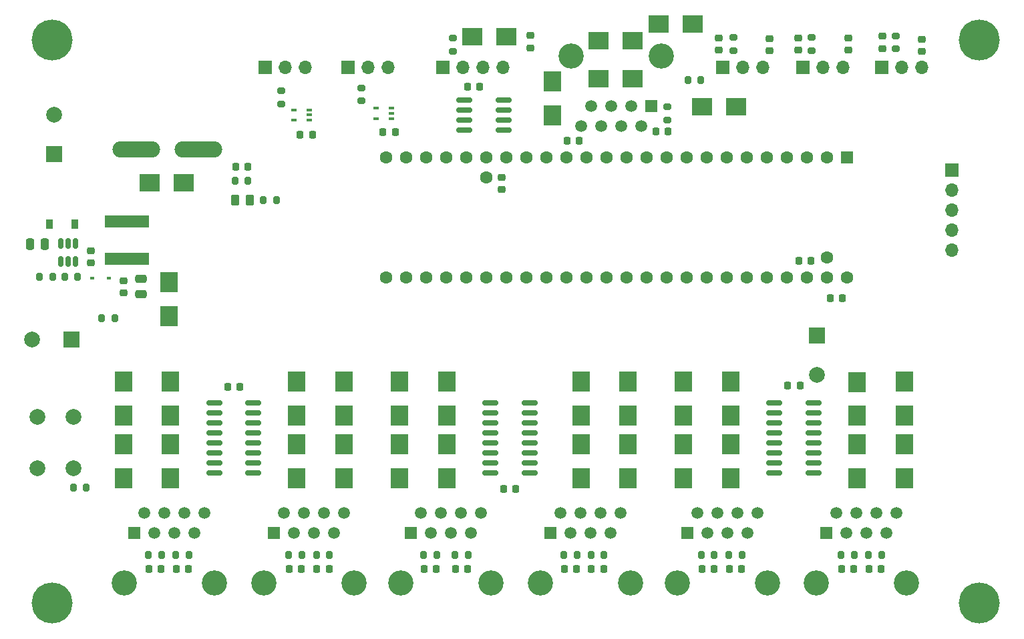
<source format=gbs>
G04 #@! TF.GenerationSoftware,KiCad,Pcbnew,6.0.6-3a73a75311~116~ubuntu20.04.1*
G04 #@! TF.CreationDate,2022-07-27T20:26:18-06:00*
G04 #@! TF.ProjectId,colordance-brain,636f6c6f-7264-4616-9e63-652d62726169,rev?*
G04 #@! TF.SameCoordinates,Original*
G04 #@! TF.FileFunction,Soldermask,Bot*
G04 #@! TF.FilePolarity,Negative*
%FSLAX46Y46*%
G04 Gerber Fmt 4.6, Leading zero omitted, Abs format (unit mm)*
G04 Created by KiCad (PCBNEW 6.0.6-3a73a75311~116~ubuntu20.04.1) date 2022-07-27 20:26:18*
%MOMM*%
%LPD*%
G01*
G04 APERTURE LIST*
G04 Aperture macros list*
%AMRoundRect*
0 Rectangle with rounded corners*
0 $1 Rounding radius*
0 $2 $3 $4 $5 $6 $7 $8 $9 X,Y pos of 4 corners*
0 Add a 4 corners polygon primitive as box body*
4,1,4,$2,$3,$4,$5,$6,$7,$8,$9,$2,$3,0*
0 Add four circle primitives for the rounded corners*
1,1,$1+$1,$2,$3*
1,1,$1+$1,$4,$5*
1,1,$1+$1,$6,$7*
1,1,$1+$1,$8,$9*
0 Add four rect primitives between the rounded corners*
20,1,$1+$1,$2,$3,$4,$5,0*
20,1,$1+$1,$4,$5,$6,$7,0*
20,1,$1+$1,$6,$7,$8,$9,0*
20,1,$1+$1,$8,$9,$2,$3,0*%
G04 Aperture macros list end*
%ADD10R,1.700000X1.700000*%
%ADD11O,1.700000X1.700000*%
%ADD12C,3.200000*%
%ADD13R,1.500000X1.500000*%
%ADD14C,1.500000*%
%ADD15R,1.600000X1.600000*%
%ADD16C,1.600000*%
%ADD17C,5.200000*%
%ADD18R,2.000000X2.000000*%
%ADD19C,2.000000*%
%ADD20O,6.030000X2.070000*%
%ADD21RoundRect,0.225000X-0.225000X-0.250000X0.225000X-0.250000X0.225000X0.250000X-0.225000X0.250000X0*%
%ADD22RoundRect,0.225000X0.250000X-0.225000X0.250000X0.225000X-0.250000X0.225000X-0.250000X-0.225000X0*%
%ADD23RoundRect,0.225000X-0.250000X0.225000X-0.250000X-0.225000X0.250000X-0.225000X0.250000X0.225000X0*%
%ADD24RoundRect,0.225000X0.225000X0.250000X-0.225000X0.250000X-0.225000X-0.250000X0.225000X-0.250000X0*%
%ADD25R,2.300000X2.500000*%
%ADD26RoundRect,0.200000X-0.200000X-0.275000X0.200000X-0.275000X0.200000X0.275000X-0.200000X0.275000X0*%
%ADD27RoundRect,0.249999X-0.262501X-0.450001X0.262501X-0.450001X0.262501X0.450001X-0.262501X0.450001X0*%
%ADD28RoundRect,0.200000X0.200000X0.275000X-0.200000X0.275000X-0.200000X-0.275000X0.200000X-0.275000X0*%
%ADD29RoundRect,0.150000X-0.825000X-0.150000X0.825000X-0.150000X0.825000X0.150000X-0.825000X0.150000X0*%
%ADD30RoundRect,0.150000X0.825000X0.150000X-0.825000X0.150000X-0.825000X-0.150000X0.825000X-0.150000X0*%
%ADD31R,0.650000X0.400000*%
%ADD32R,0.600000X0.450000*%
%ADD33R,2.500000X2.300000*%
%ADD34RoundRect,0.250000X0.250000X0.475000X-0.250000X0.475000X-0.250000X-0.475000X0.250000X-0.475000X0*%
%ADD35RoundRect,0.150000X0.150000X-0.512500X0.150000X0.512500X-0.150000X0.512500X-0.150000X-0.512500X0*%
%ADD36RoundRect,0.200000X-0.275000X0.200000X-0.275000X-0.200000X0.275000X-0.200000X0.275000X0.200000X0*%
%ADD37RoundRect,0.200000X0.275000X-0.200000X0.275000X0.200000X-0.275000X0.200000X-0.275000X-0.200000X0*%
%ADD38R,5.700000X1.600000*%
%ADD39RoundRect,0.250000X-0.475000X0.250000X-0.475000X-0.250000X0.475000X-0.250000X0.475000X0.250000X0*%
%ADD40R,0.900000X1.200000*%
G04 APERTURE END LIST*
D10*
G04 #@! TO.C,J2*
X48000000Y-56000000D03*
D11*
X50540000Y-56000000D03*
X53080000Y-56000000D03*
G04 #@! TD*
D10*
G04 #@! TO.C,J5*
X58500000Y-56000000D03*
D11*
X61040000Y-56000000D03*
X63580000Y-56000000D03*
G04 #@! TD*
G04 #@! TO.C,J4*
X121200000Y-56000000D03*
X118660000Y-56000000D03*
D10*
X116120000Y-56000000D03*
G04 #@! TD*
G04 #@! TO.C,J6*
X135000000Y-69000000D03*
D11*
X135000000Y-71540000D03*
X135000000Y-74080000D03*
X135000000Y-76620000D03*
X135000000Y-79160000D03*
G04 #@! TD*
D12*
G04 #@! TO.C,J10*
X117875000Y-121381924D03*
X129305000Y-121381924D03*
D13*
X119145000Y-115031924D03*
D14*
X120415000Y-112491924D03*
X121685000Y-115031924D03*
X122955000Y-112491924D03*
X124225000Y-115031924D03*
X125495000Y-112491924D03*
X126765000Y-115031924D03*
X128035000Y-112491924D03*
G04 #@! TD*
D12*
G04 #@! TO.C,J12*
X65185000Y-121391924D03*
X76615000Y-121391924D03*
D13*
X66455000Y-115041924D03*
D14*
X67725000Y-112501924D03*
X68995000Y-115041924D03*
X70265000Y-112501924D03*
X71535000Y-115041924D03*
X72805000Y-112501924D03*
X74075000Y-115041924D03*
X75345000Y-112501924D03*
G04 #@! TD*
D15*
G04 #@! TO.C,U3*
X121710000Y-67380000D03*
D16*
X119170000Y-67380000D03*
X116630000Y-67380000D03*
X114090000Y-67380000D03*
X111550000Y-67380000D03*
X109010000Y-67380000D03*
X106470000Y-67380000D03*
X103930000Y-67380000D03*
X101390000Y-67380000D03*
X98850000Y-67380000D03*
X96310000Y-67380000D03*
X93770000Y-67380000D03*
X91230000Y-67380000D03*
X88690000Y-67380000D03*
X86150000Y-67380000D03*
X83610000Y-67380000D03*
X81070000Y-67380000D03*
X78530000Y-67380000D03*
X75990000Y-67380000D03*
X73450000Y-67380000D03*
X70910000Y-67380000D03*
X68370000Y-67380000D03*
X65830000Y-67380000D03*
X63290000Y-67380000D03*
X63290000Y-82620000D03*
X65830000Y-82620000D03*
X68370000Y-82620000D03*
X70910000Y-82620000D03*
X73450000Y-82620000D03*
X75990000Y-82620000D03*
X78530000Y-82620000D03*
X81070000Y-82620000D03*
X83610000Y-82620000D03*
X86150000Y-82620000D03*
X88690000Y-82620000D03*
X91230000Y-82620000D03*
X93770000Y-82620000D03*
X96310000Y-82620000D03*
X98850000Y-82620000D03*
X101390000Y-82620000D03*
X103930000Y-82620000D03*
X106470000Y-82620000D03*
X109010000Y-82620000D03*
X111550000Y-82620000D03*
X114090000Y-82620000D03*
X116630000Y-82620000D03*
X119170000Y-82620000D03*
X121710000Y-82620000D03*
X119170000Y-80080000D03*
X75990000Y-69920000D03*
G04 #@! TD*
D12*
G04 #@! TO.C,J11*
X100195000Y-121381924D03*
X111625000Y-121381924D03*
D13*
X101465000Y-115031924D03*
D14*
X102735000Y-112491924D03*
X104005000Y-115031924D03*
X105275000Y-112491924D03*
X106545000Y-115031924D03*
X107815000Y-112491924D03*
X109085000Y-115031924D03*
X110355000Y-112491924D03*
G04 #@! TD*
D12*
G04 #@! TO.C,J8*
X59245000Y-121381924D03*
X47815000Y-121381924D03*
D13*
X49085000Y-115031924D03*
D14*
X50355000Y-112491924D03*
X51625000Y-115031924D03*
X52895000Y-112491924D03*
X54165000Y-115031924D03*
X55435000Y-112491924D03*
X56705000Y-115031924D03*
X57975000Y-112491924D03*
G04 #@! TD*
D12*
G04 #@! TO.C,J9*
X30135000Y-121381924D03*
X41565000Y-121381924D03*
D13*
X31405000Y-115031924D03*
D14*
X32675000Y-112491924D03*
X33945000Y-115031924D03*
X35215000Y-112491924D03*
X36485000Y-115031924D03*
X37755000Y-112491924D03*
X39025000Y-115031924D03*
X40295000Y-112491924D03*
G04 #@! TD*
D12*
G04 #@! TO.C,J13*
X94295000Y-121391924D03*
X82865000Y-121391924D03*
D13*
X84135000Y-115041924D03*
D14*
X85405000Y-112501924D03*
X86675000Y-115041924D03*
X87945000Y-112501924D03*
X89215000Y-115041924D03*
X90485000Y-112501924D03*
X91755000Y-115041924D03*
X93025000Y-112501924D03*
G04 #@! TD*
D17*
G04 #@! TO.C,H1*
X21000000Y-52500000D03*
G04 #@! TD*
G04 #@! TO.C,H2*
X138500000Y-124000000D03*
G04 #@! TD*
G04 #@! TO.C,H3*
X138500000Y-52500000D03*
G04 #@! TD*
G04 #@! TO.C,H4*
X21000000Y-124000000D03*
G04 #@! TD*
D10*
G04 #@! TO.C,J3*
X106000000Y-56000000D03*
D11*
X108540000Y-56000000D03*
X111080000Y-56000000D03*
G04 #@! TD*
D10*
G04 #@! TO.C,J15*
X126175000Y-55975000D03*
D11*
X128715000Y-55975000D03*
X131255000Y-55975000D03*
G04 #@! TD*
D12*
G04 #@! TO.C,J7*
X98170000Y-54550000D03*
X86740000Y-54550000D03*
D13*
X96900000Y-60900000D03*
D14*
X95630000Y-63440000D03*
X94360000Y-60900000D03*
X93090000Y-63440000D03*
X91820000Y-60900000D03*
X90550000Y-63440000D03*
X89280000Y-60900000D03*
X88010000Y-63440000D03*
G04 #@! TD*
D18*
G04 #@! TO.C,C35*
X23467677Y-90500000D03*
D19*
X18467677Y-90500000D03*
G04 #@! TD*
D20*
G04 #@! TO.C,J14*
X39550000Y-66400000D03*
X31650000Y-66400000D03*
G04 #@! TD*
D18*
G04 #@! TO.C,C30*
X21200000Y-66967677D03*
D19*
X21200000Y-61967677D03*
G04 #@! TD*
D10*
G04 #@! TO.C,J1*
X70500000Y-55975000D03*
D11*
X73040000Y-55975000D03*
X75580000Y-55975000D03*
X78120000Y-55975000D03*
G04 #@! TD*
D19*
G04 #@! TO.C,SW1*
X23650000Y-100350000D03*
X23650000Y-106850000D03*
X19150000Y-100350000D03*
X19150000Y-106850000D03*
G04 #@! TD*
D18*
G04 #@! TO.C,C38*
X117900000Y-90032323D03*
D19*
X117900000Y-95032323D03*
G04 #@! TD*
D21*
G04 #@! TO.C,C2*
X52425000Y-64500000D03*
X53975000Y-64500000D03*
G04 #@! TD*
D22*
G04 #@! TO.C,C3*
X121920000Y-53775000D03*
X121920000Y-52225000D03*
G04 #@! TD*
D23*
G04 #@! TO.C,C4*
X105500000Y-52225000D03*
X105500000Y-53775000D03*
G04 #@! TD*
D21*
G04 #@! TO.C,C8*
X62925000Y-64200000D03*
X64475000Y-64200000D03*
G04 #@! TD*
D22*
G04 #@! TO.C,C6*
X111900000Y-53875000D03*
X111900000Y-52325000D03*
G04 #@! TD*
D23*
G04 #@! TO.C,C7*
X115520000Y-52225000D03*
X115520000Y-53775000D03*
G04 #@! TD*
G04 #@! TO.C,C10*
X78000000Y-69925000D03*
X78000000Y-71475000D03*
G04 #@! TD*
D24*
G04 #@! TO.C,C11*
X121175000Y-85300000D03*
X119625000Y-85300000D03*
G04 #@! TD*
D21*
G04 #@! TO.C,C12*
X115625000Y-80500000D03*
X117175000Y-80500000D03*
G04 #@! TD*
G04 #@! TO.C,C15*
X43225000Y-96500000D03*
X44775000Y-96500000D03*
G04 #@! TD*
D24*
G04 #@! TO.C,C16*
X56075000Y-119600000D03*
X54525000Y-119600000D03*
G04 #@! TD*
D21*
G04 #@! TO.C,C17*
X51025000Y-119600000D03*
X52575000Y-119600000D03*
G04 #@! TD*
G04 #@! TO.C,C20*
X114225000Y-96400000D03*
X115775000Y-96400000D03*
G04 #@! TD*
D24*
G04 #@! TO.C,C21*
X126075000Y-119600000D03*
X124525000Y-119600000D03*
G04 #@! TD*
D21*
G04 #@! TO.C,C22*
X121025000Y-119600000D03*
X122575000Y-119600000D03*
G04 #@! TD*
D24*
G04 #@! TO.C,C25*
X79775000Y-109500000D03*
X78225000Y-109500000D03*
G04 #@! TD*
G04 #@! TO.C,C26*
X73675000Y-119600000D03*
X72125000Y-119600000D03*
G04 #@! TD*
D21*
G04 #@! TO.C,C27*
X68125000Y-119600000D03*
X69675000Y-119600000D03*
G04 #@! TD*
D25*
G04 #@! TO.C,D9*
X52000000Y-108150000D03*
X52000000Y-103850000D03*
G04 #@! TD*
G04 #@! TO.C,D10*
X58000000Y-103850000D03*
X58000000Y-108150000D03*
G04 #@! TD*
G04 #@! TO.C,D11*
X58000000Y-100150000D03*
X58000000Y-95850000D03*
G04 #@! TD*
G04 #@! TO.C,D12*
X30000000Y-103850000D03*
X30000000Y-108150000D03*
G04 #@! TD*
G04 #@! TO.C,D13*
X30000000Y-95850000D03*
X30000000Y-100150000D03*
G04 #@! TD*
G04 #@! TO.C,D14*
X36000000Y-100150000D03*
X36000000Y-95850000D03*
G04 #@! TD*
G04 #@! TO.C,D15*
X36000000Y-103850000D03*
X36000000Y-108150000D03*
G04 #@! TD*
G04 #@! TO.C,D16*
X123000000Y-103850000D03*
X123000000Y-108150000D03*
G04 #@! TD*
G04 #@! TO.C,D17*
X123000000Y-95900000D03*
X123000000Y-100200000D03*
G04 #@! TD*
G04 #@! TO.C,D18*
X129000000Y-100150000D03*
X129000000Y-95850000D03*
G04 #@! TD*
G04 #@! TO.C,D19*
X129000000Y-103850000D03*
X129000000Y-108150000D03*
G04 #@! TD*
G04 #@! TO.C,D20*
X101000000Y-103850000D03*
X101000000Y-108150000D03*
G04 #@! TD*
G04 #@! TO.C,D22*
X107000000Y-103850000D03*
X107000000Y-108150000D03*
G04 #@! TD*
G04 #@! TO.C,D24*
X65000000Y-100150000D03*
X65000000Y-95850000D03*
G04 #@! TD*
G04 #@! TO.C,D26*
X71000000Y-103850000D03*
X71000000Y-108150000D03*
G04 #@! TD*
G04 #@! TO.C,D27*
X71000000Y-100150000D03*
X71000000Y-95850000D03*
G04 #@! TD*
G04 #@! TO.C,D28*
X88000000Y-100150000D03*
X88000000Y-95850000D03*
G04 #@! TD*
G04 #@! TO.C,D29*
X88000000Y-108150000D03*
X88000000Y-103850000D03*
G04 #@! TD*
G04 #@! TO.C,D31*
X94000000Y-100150000D03*
X94000000Y-95850000D03*
G04 #@! TD*
D26*
G04 #@! TO.C,R1*
X27275000Y-87800000D03*
X28925000Y-87800000D03*
G04 #@! TD*
D27*
G04 #@! TO.C,R2*
X44187500Y-72800000D03*
X46012500Y-72800000D03*
G04 #@! TD*
D28*
G04 #@! TO.C,R3*
X45825000Y-70400000D03*
X44175000Y-70400000D03*
G04 #@! TD*
D29*
G04 #@! TO.C,U7*
X76525000Y-107445000D03*
X76525000Y-106175000D03*
X76525000Y-104905000D03*
X76525000Y-103635000D03*
X76525000Y-102365000D03*
X76525000Y-101095000D03*
X76525000Y-99825000D03*
X76525000Y-98555000D03*
X81475000Y-98555000D03*
X81475000Y-99825000D03*
X81475000Y-101095000D03*
X81475000Y-102365000D03*
X81475000Y-103635000D03*
X81475000Y-104905000D03*
X81475000Y-106175000D03*
X81475000Y-107445000D03*
G04 #@! TD*
D30*
G04 #@! TO.C,U5*
X46475000Y-98555000D03*
X46475000Y-99825000D03*
X46475000Y-101095000D03*
X46475000Y-102365000D03*
X46475000Y-103635000D03*
X46475000Y-104905000D03*
X46475000Y-106175000D03*
X46475000Y-107445000D03*
X41525000Y-107445000D03*
X41525000Y-106175000D03*
X41525000Y-104905000D03*
X41525000Y-103635000D03*
X41525000Y-102365000D03*
X41525000Y-101095000D03*
X41525000Y-99825000D03*
X41525000Y-98555000D03*
G04 #@! TD*
G04 #@! TO.C,U6*
X117475000Y-98555000D03*
X117475000Y-99825000D03*
X117475000Y-101095000D03*
X117475000Y-102365000D03*
X117475000Y-103635000D03*
X117475000Y-104905000D03*
X117475000Y-106175000D03*
X117475000Y-107445000D03*
X112525000Y-107445000D03*
X112525000Y-106175000D03*
X112525000Y-104905000D03*
X112525000Y-103635000D03*
X112525000Y-102365000D03*
X112525000Y-101095000D03*
X112525000Y-99825000D03*
X112525000Y-98555000D03*
G04 #@! TD*
D25*
G04 #@! TO.C,D25*
X65000000Y-108150000D03*
X65000000Y-103850000D03*
G04 #@! TD*
G04 #@! TO.C,D30*
X94000000Y-103850000D03*
X94000000Y-108150000D03*
G04 #@! TD*
G04 #@! TO.C,D23*
X107000000Y-100150000D03*
X107000000Y-95850000D03*
G04 #@! TD*
G04 #@! TO.C,D21*
X101000000Y-95850000D03*
X101000000Y-100150000D03*
G04 #@! TD*
D24*
G04 #@! TO.C,C5*
X45775000Y-68600000D03*
X44225000Y-68600000D03*
G04 #@! TD*
D25*
G04 #@! TO.C,D8*
X52000000Y-100150000D03*
X52000000Y-95850000D03*
G04 #@! TD*
D31*
G04 #@! TO.C,U1*
X53550000Y-61350000D03*
X53550000Y-62000000D03*
X53550000Y-62650000D03*
X51650000Y-62650000D03*
X51650000Y-61350000D03*
G04 #@! TD*
G04 #@! TO.C,U2*
X63950000Y-61150000D03*
X63950000Y-61800000D03*
X63950000Y-62450000D03*
X62050000Y-62450000D03*
X62050000Y-61150000D03*
G04 #@! TD*
D21*
G04 #@! TO.C,C19*
X33225000Y-119600000D03*
X34775000Y-119600000D03*
G04 #@! TD*
D32*
G04 #@! TO.C,D34*
X26050000Y-82700000D03*
X28150000Y-82700000D03*
G04 #@! TD*
D33*
G04 #@! TO.C,D32*
X33350000Y-70600000D03*
X37650000Y-70600000D03*
G04 #@! TD*
D28*
G04 #@! TO.C,R4*
X103225000Y-57600000D03*
X101575000Y-57600000D03*
G04 #@! TD*
G04 #@! TO.C,R17*
X126125000Y-117900000D03*
X124475000Y-117900000D03*
G04 #@! TD*
D34*
G04 #@! TO.C,C31*
X20050000Y-78400000D03*
X18150000Y-78400000D03*
G04 #@! TD*
D25*
G04 #@! TO.C,D35*
X35800000Y-83250000D03*
X35800000Y-87550000D03*
G04 #@! TD*
D28*
G04 #@! TO.C,R15*
X38325000Y-117900000D03*
X36675000Y-117900000D03*
G04 #@! TD*
G04 #@! TO.C,R25*
X24225000Y-82600000D03*
X22575000Y-82600000D03*
G04 #@! TD*
D24*
G04 #@! TO.C,C14*
X99075000Y-64100000D03*
X97525000Y-64100000D03*
G04 #@! TD*
D33*
G04 #@! TO.C,D4*
X102150000Y-50500000D03*
X97850000Y-50500000D03*
G04 #@! TD*
D35*
G04 #@! TO.C,U8*
X23950000Y-80637500D03*
X23000000Y-80637500D03*
X22050000Y-80637500D03*
X22050000Y-78362500D03*
X23000000Y-78362500D03*
X23950000Y-78362500D03*
G04 #@! TD*
D22*
G04 #@! TO.C,C32*
X25900000Y-80775000D03*
X25900000Y-79225000D03*
G04 #@! TD*
D36*
G04 #@! TO.C,R27*
X127900000Y-51975000D03*
X127900000Y-53625000D03*
G04 #@! TD*
D24*
G04 #@! TO.C,C13*
X75175000Y-58400000D03*
X73625000Y-58400000D03*
G04 #@! TD*
D23*
G04 #@! TO.C,C37*
X126200000Y-52025000D03*
X126200000Y-53575000D03*
G04 #@! TD*
D28*
G04 #@! TO.C,R26*
X21025000Y-82600000D03*
X19375000Y-82600000D03*
G04 #@! TD*
G04 #@! TO.C,R23*
X90925000Y-117900000D03*
X89275000Y-117900000D03*
G04 #@! TD*
D25*
G04 #@! TO.C,D7*
X84400000Y-57750000D03*
X84400000Y-62050000D03*
G04 #@! TD*
D26*
G04 #@! TO.C,R9*
X23675000Y-109300000D03*
X25325000Y-109300000D03*
G04 #@! TD*
D28*
G04 #@! TO.C,R13*
X56125000Y-117900000D03*
X54475000Y-117900000D03*
G04 #@! TD*
D24*
G04 #@! TO.C,C18*
X38275000Y-119600000D03*
X36725000Y-119600000D03*
G04 #@! TD*
D37*
G04 #@! TO.C,R11*
X60200000Y-60225000D03*
X60200000Y-58575000D03*
G04 #@! TD*
D36*
G04 #@! TO.C,R12*
X99000000Y-60975000D03*
X99000000Y-62625000D03*
G04 #@! TD*
D21*
G04 #@! TO.C,C9*
X86225000Y-65300000D03*
X87775000Y-65300000D03*
G04 #@! TD*
D29*
G04 #@! TO.C,U4*
X73225000Y-63905000D03*
X73225000Y-62635000D03*
X73225000Y-61365000D03*
X73225000Y-60095000D03*
X78175000Y-60095000D03*
X78175000Y-61365000D03*
X78175000Y-62635000D03*
X78175000Y-63905000D03*
G04 #@! TD*
D28*
G04 #@! TO.C,R19*
X108425000Y-117900000D03*
X106775000Y-117900000D03*
G04 #@! TD*
D38*
G04 #@! TO.C,L1*
X30500000Y-75550000D03*
X30500000Y-80250000D03*
G04 #@! TD*
D26*
G04 #@! TO.C,R22*
X68075000Y-117900000D03*
X69725000Y-117900000D03*
G04 #@! TD*
G04 #@! TO.C,R18*
X120975000Y-117900000D03*
X122625000Y-117900000D03*
G04 #@! TD*
D39*
G04 #@! TO.C,C33*
X32200000Y-82850000D03*
X32200000Y-84750000D03*
G04 #@! TD*
D24*
G04 #@! TO.C,C23*
X108375000Y-119600000D03*
X106825000Y-119600000D03*
G04 #@! TD*
D36*
G04 #@! TO.C,R8*
X71800000Y-52275000D03*
X71800000Y-53925000D03*
G04 #@! TD*
D26*
G04 #@! TO.C,R14*
X50975000Y-117900000D03*
X52625000Y-117900000D03*
G04 #@! TD*
D24*
G04 #@! TO.C,C28*
X90875000Y-119600000D03*
X89325000Y-119600000D03*
G04 #@! TD*
D28*
G04 #@! TO.C,R7*
X49425000Y-72800000D03*
X47775000Y-72800000D03*
G04 #@! TD*
D23*
G04 #@! TO.C,C34*
X30000000Y-83025000D03*
X30000000Y-84575000D03*
G04 #@! TD*
D26*
G04 #@! TO.C,R20*
X103275000Y-117900000D03*
X104925000Y-117900000D03*
G04 #@! TD*
D40*
G04 #@! TO.C,D33*
X23900000Y-75900000D03*
X20600000Y-75900000D03*
G04 #@! TD*
D37*
G04 #@! TO.C,R5*
X50000000Y-60625000D03*
X50000000Y-58975000D03*
G04 #@! TD*
D21*
G04 #@! TO.C,C24*
X103325000Y-119600000D03*
X104875000Y-119600000D03*
G04 #@! TD*
D36*
G04 #@! TO.C,R6*
X107300000Y-52175000D03*
X107300000Y-53825000D03*
G04 #@! TD*
D21*
G04 #@! TO.C,C29*
X85925000Y-119600000D03*
X87475000Y-119600000D03*
G04 #@! TD*
D26*
G04 #@! TO.C,R24*
X85875000Y-117900000D03*
X87525000Y-117900000D03*
G04 #@! TD*
D28*
G04 #@! TO.C,R21*
X73725000Y-117900000D03*
X72075000Y-117900000D03*
G04 #@! TD*
D22*
G04 #@! TO.C,C1*
X81600000Y-53475000D03*
X81600000Y-51925000D03*
G04 #@! TD*
D33*
G04 #@! TO.C,D2*
X107650000Y-61000000D03*
X103350000Y-61000000D03*
G04 #@! TD*
D36*
G04 #@! TO.C,R10*
X117220000Y-52175000D03*
X117220000Y-53825000D03*
G04 #@! TD*
D33*
G04 #@! TO.C,D5*
X94550000Y-52600000D03*
X90250000Y-52600000D03*
G04 #@! TD*
D26*
G04 #@! TO.C,R16*
X33175000Y-117900000D03*
X34825000Y-117900000D03*
G04 #@! TD*
D33*
G04 #@! TO.C,D3*
X78550000Y-52100000D03*
X74250000Y-52100000D03*
G04 #@! TD*
G04 #@! TO.C,D6*
X90250000Y-57400000D03*
X94550000Y-57400000D03*
G04 #@! TD*
D22*
G04 #@! TO.C,C36*
X131200000Y-53975000D03*
X131200000Y-52425000D03*
G04 #@! TD*
M02*

</source>
